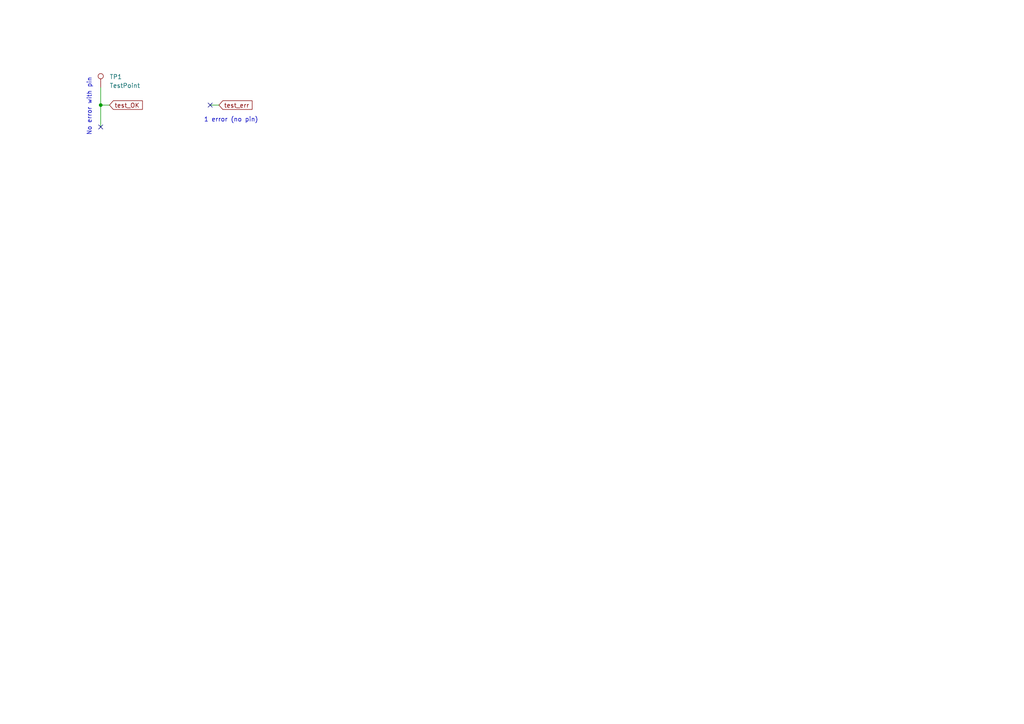
<source format=kicad_sch>
(kicad_sch (version 20211123) (generator eeschema)
  (paper "A4")
  (lib_symbols
    (symbol "Connector:TestPoint" (pin_numbers hide) (pin_names (offset 0.762) hide)
      (property "Reference" "TP" (at 0 6.858 0))
      (property "Value" "TestPoint" (at 0 5.08 0))
      (symbol "TestPoint_0_1"
        (circle (center 0 3.302) (radius 0.762))
      )
      (symbol "TestPoint_1_1"
        (pin passive line (at 0 0 90) (length 2.54) (name "1") (number "1"))
      )
    )
  )
  (junction (at 29.21 30.48) (diameter 0.9144))
  (no_connect (at 29.21 36.83))
  (no_connect (at 60.96 30.48))
  (wire (pts (xy 29.21 25.4) (xy 29.21 30.48)))
  (wire (pts (xy 29.21 30.48) (xy 29.21 36.83)))
  (wire (pts (xy 60.96 30.48) (xy 63.5 30.48)))
  (wire (pts (xy 29.21 30.48) (xy 31.75 30.48)))
  (text "1 error (no pin)" (at 74.93 35.56 180) (effects (font (size 1.27 1.27)) (justify right bottom)))
  (text "No error with pin" (at 26.67 39.37 90) (effects (font (size 1.27 1.27)) (justify left bottom)))
  (global_label "test_OK" (shape input) (at 31.75 30.48 0) (property "Intersheet References" "${INTERSHEET_REFS}" (effects hide)))
  (global_label "test_err" (shape input) (at 63.5 30.48 0) (property "Intersheet References" "${INTERSHEET_REFS}" (effects hide)))
  (symbol (lib_id "Connector:TestPoint") (at 29.21 25.4 0) (unit 1)
    (property "Reference" "TP1" (at 31.75 22.2884 0) (effects (justify left)))
    (property "Value" "TestPoint" (at 31.75 24.8284 0) (effects (justify left)))
  )
)
</source>
